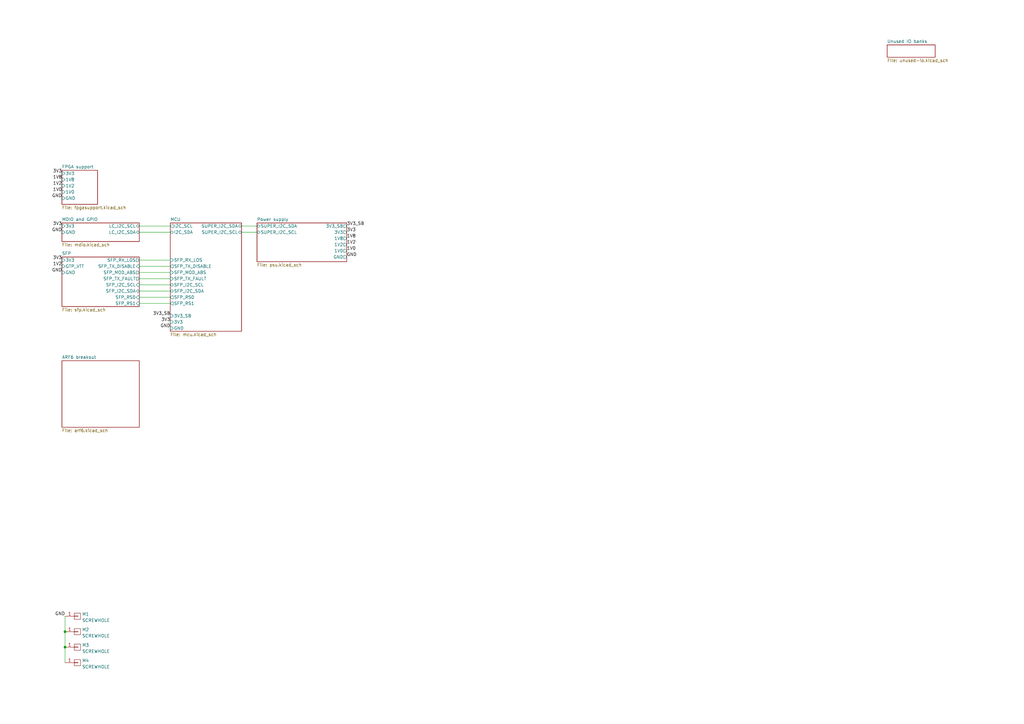
<source format=kicad_sch>
(kicad_sch (version 20231120) (generator "eeschema") (generator_version "8.0")
  (paper "A3")
  (title_block (title "Andrew D. Zonenberg") (date "2025-01-14") (rev "0.1") (company "Antikernel Labs") (comment 1 "LATENTPINK Line Card Bringup Glue"))
  (lib_symbols
    (symbol "conn:CONN_01X01" (pin_names (offset 1.016) hide)
      (property "Reference" "J" (at 0 2.54 0))
      (property "Value" "CONN_01X01" (at 2.54 0 90))
      (symbol "CONN_01X01_0_1"
        (rectangle (start -1.27 0.127) (end 0.254 -0.127))
        (rectangle (start -1.27 1.27) (end 1.27 -1.27))
      )
      (symbol "CONN_01X01_1_1"
        (pin passive line (at -5.08 0 0) (length 3.81) (name "P1") (number "1"))
      )
    )
  )
  (junction (at 26.67 259.08))
  (junction (at 26.67 265.43))
  (wire (pts (xy 26.67 265.43) (xy 26.67 271.78)))
  (wire (pts (xy 26.67 252.73) (xy 26.67 259.08)))
  (wire (pts (xy 26.67 259.08) (xy 26.67 265.43)))
  (wire (pts (xy 57.15 106.68) (xy 69.85 106.68)))
  (wire (pts (xy 99.06 92.71) (xy 105.41 92.71)))
  (wire (pts (xy 57.15 124.46) (xy 69.85 124.46)))
  (wire (pts (xy 57.15 109.22) (xy 69.85 109.22)))
  (wire (pts (xy 57.15 119.38) (xy 69.85 119.38)))
  (wire (pts (xy 57.15 116.84) (xy 69.85 116.84)))
  (wire (pts (xy 57.15 121.92) (xy 69.85 121.92)))
  (wire (pts (xy 99.06 95.25) (xy 105.41 95.25)))
  (wire (pts (xy 57.15 95.25) (xy 69.85 95.25)))
  (wire (pts (xy 57.15 114.3) (xy 69.85 114.3)))
  (wire (pts (xy 57.15 92.71) (xy 69.85 92.71)))
  (wire (pts (xy 57.15 111.76) (xy 69.85 111.76)))
  (label "GND" (at 142.24 105.41 0))
  (label "3V3_SB" (at 69.85 129.54 180))
  (label "3V3" (at 142.24 95.25 0))
  (label "GND" (at 26.67 252.73 180))
  (label "GND" (at 25.4 111.76 180))
  (label "1V8" (at 142.24 97.79 0))
  (label "3V3_SB" (at 142.24 92.71 0))
  (label "1V0" (at 142.24 102.87 0))
  (label "GND" (at 25.4 81.28 180))
  (label "1V2" (at 25.4 109.22 180))
  (label "GND" (at 69.85 134.62 180))
  (label "3V3" (at 69.85 132.08 180))
  (label "3V3" (at 25.4 106.68 180))
  (label "1V8" (at 25.4 73.66 180))
  (label "3V3" (at 25.4 92.71 180))
  (label "1V2" (at 25.4 76.2 180))
  (label "1V2" (at 142.24 100.33 0))
  (label "1V0" (at 25.4 78.74 180))
  (label "GND" (at 25.4 95.25 180))
  (label "3V3" (at 25.4 71.12 180))
  (symbol (lib_id "conn:CONN_01X01") (at 31.75 271.78 0) (unit 1)
    (property "Reference" "M4" (at 33.655 270.9453 0) (effects (justify left)))
    (property "Value" "SCREWHOLE" (at 33.655 273.4822 0) (effects (justify left)))
    (property "Footprint" "azonenberg_pcb:MECHANICAL_CLEARANCEHOLE_4_40" (effects (hide yes)))
  )
  (symbol (lib_id "conn:CONN_01X01") (at 31.75 259.08 0) (unit 1)
    (property "Reference" "M2" (at 33.655 258.2453 0) (effects (justify left)))
    (property "Value" "SCREWHOLE" (at 33.655 260.7822 0) (effects (justify left)))
    (property "Footprint" "azonenberg_pcb:MECHANICAL_CLEARANCEHOLE_4_40" (effects (hide yes)))
  )
  (symbol (lib_id "conn:CONN_01X01") (at 31.75 265.43 0) (unit 1)
    (property "Reference" "M3" (at 33.655 264.5953 0) (effects (justify left)))
    (property "Value" "SCREWHOLE" (at 33.655 267.1322 0) (effects (justify left)))
    (property "Footprint" "azonenberg_pcb:MECHANICAL_CLEARANCEHOLE_4_40" (effects (hide yes)))
  )
  (symbol (lib_id "conn:CONN_01X01") (at 31.75 252.73 0) (unit 1)
    (property "Reference" "M1" (at 33.655 251.8953 0) (effects (justify left)))
    (property "Value" "SCREWHOLE" (at 33.655 254.4322 0) (effects (justify left)))
    (property "Footprint" "azonenberg_pcb:MECHANICAL_CLEARANCEHOLE_4_40" (effects (hide yes)))
  )
  (sheet (at 25.4 69.85) (size 14.605 13.97) (stroke (width 0.1524))
    (property "Sheetname" "FPGA support" (at 25.4 69.1384 0) (effects (justify left bottom)))
    (property "Sheetfile" "fpgasupport.kicad_sch" (at 25.4 84.4046 0) (effects (justify left top)))
    (pin "1V8" input (at 25.4 73.66 180))
    (pin "3V3" input (at 25.4 71.12 180))
    (pin "1V0" input (at 25.4 78.74 180))
    (pin "1V2" input (at 25.4 76.2 180))
    (pin "GND" input (at 25.4 81.28 180))
  )
  (sheet (at 105.41 91.44) (size 36.83 15.875) (stroke (width 0.1524))
    (property "Sheetname" "Power supply" (at 105.41 90.7284 0) (effects (justify left bottom)))
    (property "Sheetfile" "psu.kicad_sch" (at 105.41 107.8996 0) (effects (justify left top)))
    (pin "1V0" output (at 142.24 102.87 0))
    (pin "1V2" output (at 142.24 100.33 0))
    (pin "1V8" output (at 142.24 97.79 0))
    (pin "3V3_SB" output (at 142.24 92.71 0))
    (pin "GND" output (at 142.24 105.41 0))
    (pin "3V3" output (at 142.24 95.25 0))
    (pin "SUPER_I2C_SDA" bidirectional (at 105.41 92.71 180))
    (pin "SUPER_I2C_SCL" bidirectional (at 105.41 95.25 180))
  )
  (sheet (at 25.4 91.44) (size 31.75 7.62) (stroke (width 0.1524))
    (property "Sheetname" "MDIO and GPIO" (at 25.4 90.7284 0) (effects (justify left bottom)))
    (property "Sheetfile" "mdio.kicad_sch" (at 25.4 99.6446 0) (effects (justify left top)))
    (pin "LC_I2C_SCL" bidirectional (at 57.15 92.71 0))
    (pin "LC_I2C_SDA" bidirectional (at 57.15 95.25 0))
    (pin "GND" input (at 25.4 95.25 180))
    (pin "3V3" input (at 25.4 92.71 180))
  )
  (sheet (at 25.4 147.955) (size 31.75 27.305) (stroke (width 0.1524))
    (property "Sheetname" "ARF6 breakout" (at 25.4 147.2434 0) (effects (justify left bottom)))
    (property "Sheetfile" "arf6.kicad_sch" (at 25.4 175.8446 0) (effects (justify left top)))
  )
  (sheet (at 69.85 91.44) (size 29.21 44.45) (stroke (width 0.1524))
    (property "Sheetname" "MCU" (at 69.85 90.7284 0) (effects (justify left bottom)))
    (property "Sheetfile" "mcu.kicad_sch" (at 69.85 136.4746 0) (effects (justify left top)))
    (pin "3V3_SB" input (at 69.85 129.54 180))
    (pin "3V3" input (at 69.85 132.08 180))
    (pin "GND" input (at 69.85 134.62 180))
    (pin "I2C_SCL" output (at 69.85 92.71 180))
    (pin "I2C_SDA" bidirectional (at 69.85 95.25 180))
    (pin "SFP_RX_LOS" input (at 69.85 106.68 180))
    (pin "SFP_TX_DISABLE" output (at 69.85 109.22 180))
    (pin "SFP_MOD_ABS" input (at 69.85 111.76 180))
    (pin "SFP_TX_FAULT" input (at 69.85 114.3 180))
    (pin "SFP_I2C_SDA" bidirectional (at 69.85 119.38 180))
    (pin "SFP_I2C_SCL" bidirectional (at 69.85 116.84 180))
    (pin "SFP_RS0" output (at 69.85 121.92 180))
    (pin "SFP_RS1" output (at 69.85 124.46 180))
    (pin "SUPER_I2C_SDA" bidirectional (at 99.06 92.71 0))
    (pin "SUPER_I2C_SCL" bidirectional (at 99.06 95.25 0))
  )
  (sheet (at 25.4 105.41) (size 31.75 20.32) (stroke (width 0.1524))
    (property "Sheetname" "SFP" (at 25.4 104.6984 0) (effects (justify left bottom)))
    (property "Sheetfile" "sfp.kicad_sch" (at 25.4 126.3146 0) (effects (justify left top)))
    (pin "GTP_VTT" input (at 25.4 109.22 180))
    (pin "3V3" input (at 25.4 106.68 180))
    (pin "GND" input (at 25.4 111.76 180))
    (pin "SFP_RX_LOS" output (at 57.15 106.68 0))
    (pin "SFP_TX_DISABLE" input (at 57.15 109.22 0))
    (pin "SFP_MOD_ABS" output (at 57.15 111.76 0))
    (pin "SFP_TX_FAULT" output (at 57.15 114.3 0))
    (pin "SFP_I2C_SCL" input (at 57.15 116.84 0))
    (pin "SFP_I2C_SDA" bidirectional (at 57.15 119.38 0))
    (pin "SFP_RS0" input (at 57.15 121.92 0))
    (pin "SFP_RS1" input (at 57.15 124.46 0))
  )
  (sheet (at 363.855 18.415) (size 19.685 5.08) (stroke (width 0.1524))
    (property "Sheetname" "Unused IO banks" (at 363.855 17.7034 0) (effects (justify left bottom)))
    (property "Sheetfile" "unused-io.kicad_sch" (at 363.855 24.0796 0) (effects (justify left top)))
  )
)
</source>
